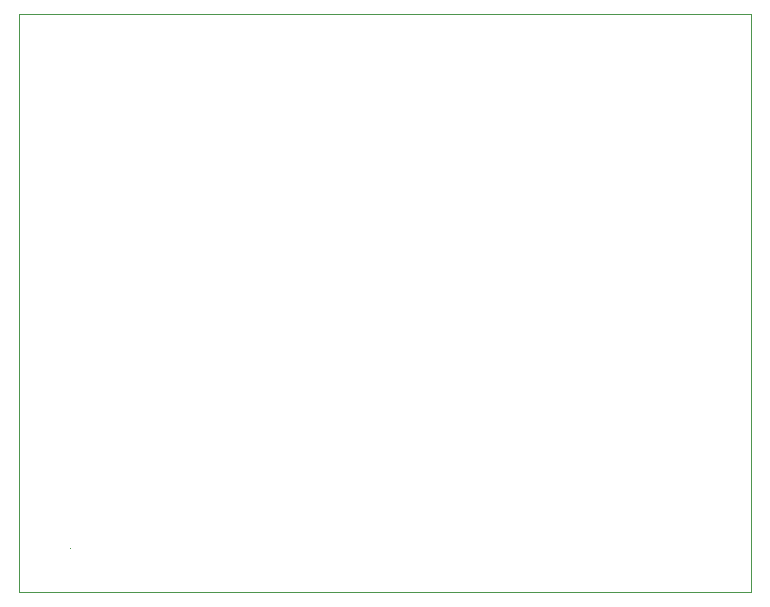
<source format=gm1>
G04 #@! TF.FileFunction,Profile,NP*
%FSLAX46Y46*%
G04 Gerber Fmt 4.6, Leading zero omitted, Abs format (unit mm)*
G04 Created by KiCad (PCBNEW 4.0.7) date 08/01/18 14:34:15*
%MOMM*%
%LPD*%
G01*
G04 APERTURE LIST*
%ADD10C,0.150000*%
%ADD11C,0.100000*%
G04 APERTURE END LIST*
D10*
D11*
X50800000Y-99695000D02*
X112776000Y-99695000D01*
X55118000Y-96012000D02*
G75*
G03X55118000Y-96012000I0J0D01*
G01*
X50800000Y-50800000D02*
X50800000Y-99695000D01*
X112776000Y-99695000D02*
X112776000Y-50800000D01*
X112776000Y-50800000D02*
X50800000Y-50800000D01*
M02*

</source>
